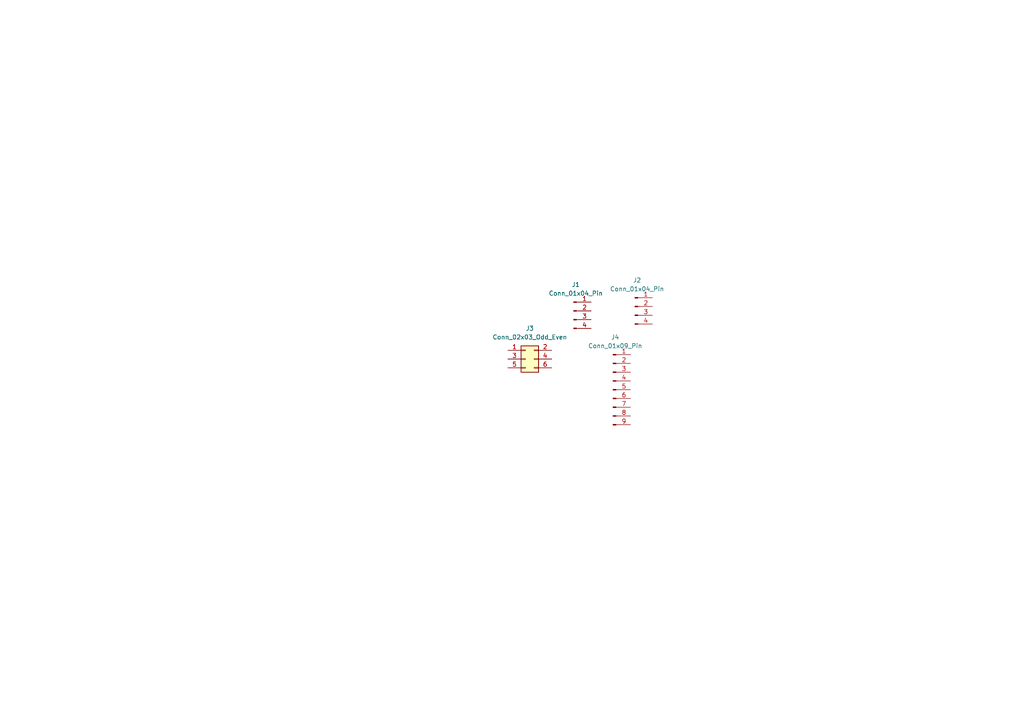
<source format=kicad_sch>
(kicad_sch (version 20230121) (generator eeschema)
  (paper "A4")
  (lib_symbols
    (symbol "Connector:Conn_01x04_Pin" (pin_names (offset 1.016) hide)
      (property "Reference" "J" (at 0 5.08 0))
      (property "Value" "Conn_01x04_Pin" (at 0 -7.62 0))
      (symbol "Conn_01x04_Pin_1_1"
        (polyline (pts (xy 1.27 -5.08) (xy 0.8636 -5.08)) (stroke (width 0.1524)))
        (polyline (pts (xy 1.27 -2.54) (xy 0.8636 -2.54)) (stroke (width 0.1524)))
        (polyline (pts (xy 1.27 0) (xy 0.8636 0)) (stroke (width 0.1524)))
        (polyline (pts (xy 1.27 2.54) (xy 0.8636 2.54)) (stroke (width 0.1524)))
        (rectangle (start 0.8636 -4.953) (end 0 -5.207) (stroke (width 0.1524)) (fill (type outline)))
        (rectangle (start 0.8636 -2.413) (end 0 -2.667) (stroke (width 0.1524)) (fill (type outline)))
        (rectangle (start 0.8636 0.127) (end 0 -0.127) (stroke (width 0.1524)) (fill (type outline)))
        (rectangle (start 0.8636 2.667) (end 0 2.413) (stroke (width 0.1524)) (fill (type outline)))
        (pin passive line (at 5.08 2.54 180) (length 3.81) (name "Pin_1") (number "1"))
        (pin passive line (at 5.08 0 180) (length 3.81) (name "Pin_2") (number "2"))
        (pin passive line (at 5.08 -2.54 180) (length 3.81) (name "Pin_3") (number "3"))
        (pin passive line (at 5.08 -5.08 180) (length 3.81) (name "Pin_4") (number "4"))
      )
    )
    (symbol "Connector:Conn_01x09_Pin" (pin_names (offset 1.016) hide)
      (property "Reference" "J" (at 0 12.7 0))
      (property "Value" "Conn_01x09_Pin" (at 0 -12.7 0))
      (symbol "Conn_01x09_Pin_1_1"
        (polyline (pts (xy 1.27 -10.16) (xy 0.8636 -10.16)) (stroke (width 0.1524)))
        (polyline (pts (xy 1.27 -7.62) (xy 0.8636 -7.62)) (stroke (width 0.1524)))
        (polyline (pts (xy 1.27 -5.08) (xy 0.8636 -5.08)) (stroke (width 0.1524)))
        (polyline (pts (xy 1.27 -2.54) (xy 0.8636 -2.54)) (stroke (width 0.1524)))
        (polyline (pts (xy 1.27 0) (xy 0.8636 0)) (stroke (width 0.1524)))
        (polyline (pts (xy 1.27 2.54) (xy 0.8636 2.54)) (stroke (width 0.1524)))
        (polyline (pts (xy 1.27 5.08) (xy 0.8636 5.08)) (stroke (width 0.1524)))
        (polyline (pts (xy 1.27 7.62) (xy 0.8636 7.62)) (stroke (width 0.1524)))
        (polyline (pts (xy 1.27 10.16) (xy 0.8636 10.16)) (stroke (width 0.1524)))
        (rectangle (start 0.8636 -10.033) (end 0 -10.287) (stroke (width 0.1524)) (fill (type outline)))
        (rectangle (start 0.8636 -7.493) (end 0 -7.747) (stroke (width 0.1524)) (fill (type outline)))
        (rectangle (start 0.8636 -4.953) (end 0 -5.207) (stroke (width 0.1524)) (fill (type outline)))
        (rectangle (start 0.8636 -2.413) (end 0 -2.667) (stroke (width 0.1524)) (fill (type outline)))
        (rectangle (start 0.8636 0.127) (end 0 -0.127) (stroke (width 0.1524)) (fill (type outline)))
        (rectangle (start 0.8636 2.667) (end 0 2.413) (stroke (width 0.1524)) (fill (type outline)))
        (rectangle (start 0.8636 5.207) (end 0 4.953) (stroke (width 0.1524)) (fill (type outline)))
        (rectangle (start 0.8636 7.747) (end 0 7.493) (stroke (width 0.1524)) (fill (type outline)))
        (rectangle (start 0.8636 10.287) (end 0 10.033) (stroke (width 0.1524)) (fill (type outline)))
        (pin passive line (at 5.08 10.16 180) (length 3.81) (name "Pin_1") (number "1"))
        (pin passive line (at 5.08 7.62 180) (length 3.81) (name "Pin_2") (number "2"))
        (pin passive line (at 5.08 5.08 180) (length 3.81) (name "Pin_3") (number "3"))
        (pin passive line (at 5.08 2.54 180) (length 3.81) (name "Pin_4") (number "4"))
        (pin passive line (at 5.08 0 180) (length 3.81) (name "Pin_5") (number "5"))
        (pin passive line (at 5.08 -2.54 180) (length 3.81) (name "Pin_6") (number "6"))
        (pin passive line (at 5.08 -5.08 180) (length 3.81) (name "Pin_7") (number "7"))
        (pin passive line (at 5.08 -7.62 180) (length 3.81) (name "Pin_8") (number "8"))
        (pin passive line (at 5.08 -10.16 180) (length 3.81) (name "Pin_9") (number "9"))
      )
    )
    (symbol "Connector_Generic:Conn_02x03_Odd_Even" (pin_names (offset 1.016) hide)
      (property "Reference" "J" (at 1.27 5.08 0))
      (property "Value" "Conn_02x03_Odd_Even" (at 1.27 -5.08 0))
      (symbol "Conn_02x03_Odd_Even_1_1"
        (rectangle (start -1.27 -2.413) (end 0 -2.667) (stroke (width 0.1524)))
        (rectangle (start -1.27 0.127) (end 0 -0.127) (stroke (width 0.1524)))
        (rectangle (start -1.27 2.667) (end 0 2.413) (stroke (width 0.1524)))
        (rectangle (start -1.27 3.81) (end 3.81 -3.81) (stroke (width 0.254)) (fill (type background)))
        (rectangle (start 3.81 -2.413) (end 2.54 -2.667) (stroke (width 0.1524)))
        (rectangle (start 3.81 0.127) (end 2.54 -0.127) (stroke (width 0.1524)))
        (rectangle (start 3.81 2.667) (end 2.54 2.413) (stroke (width 0.1524)))
        (pin passive line (at -5.08 2.54 0) (length 3.81) (name "Pin_1") (number "1"))
        (pin passive line (at 7.62 2.54 180) (length 3.81) (name "Pin_2") (number "2"))
        (pin passive line (at -5.08 0 0) (length 3.81) (name "Pin_3") (number "3"))
        (pin passive line (at 7.62 0 180) (length 3.81) (name "Pin_4") (number "4"))
        (pin passive line (at -5.08 -2.54 0) (length 3.81) (name "Pin_5") (number "5"))
        (pin passive line (at 7.62 -2.54 180) (length 3.81) (name "Pin_6") (number "6"))
      )
    )
  )
  (symbol (lib_id "Connector:Conn_01x04_Pin") (at 166.37 90.17 0) (unit 1)
    (property "Reference" "J1" (at 167.005 82.55 0))
    (property "Value" "Conn_01x04_Pin" (at 167.005 85.09 0))
    (property "Footprint" "Connector_PinHeader_2.54mm:PinHeader_1x04_P2.54mm_Vertical" (effects hide))
  )
  (symbol (lib_id "Connector:Conn_01x09_Pin") (at 177.8 113.03 0) (unit 1)
    (property "Reference" "J4" (at 178.435 97.79 0))
    (property "Value" "Conn_01x09_Pin" (at 178.435 100.33 0))
    (property "Footprint" "Connector_PinHeader_2.54mm:PinHeader_1x09_P2.54mm_Vertical" (effects hide))
  )
  (symbol (lib_id "Connector_Generic:Conn_02x03_Odd_Even") (at 152.4 104.14 0) (unit 1)
    (property "Reference" "J3" (at 153.67 95.25 0))
    (property "Value" "Conn_02x03_Odd_Even" (at 153.67 97.79 0))
    (property "Footprint" "Connector_PinHeader_2.54mm:PinHeader_2x03_P2.54mm_Vertical" (effects hide))
  )
  (symbol (lib_id "Connector:Conn_01x04_Pin") (at 184.15 88.9 0) (unit 1)
    (property "Reference" "J2" (at 184.785 81.28 0))
    (property "Value" "Conn_01x04_Pin" (at 184.785 83.82 0))
    (property "Footprint" "Connector_PinHeader_2.54mm:PinHeader_1x04_P2.54mm_Vertical" (effects hide))
  )
)
</source>
